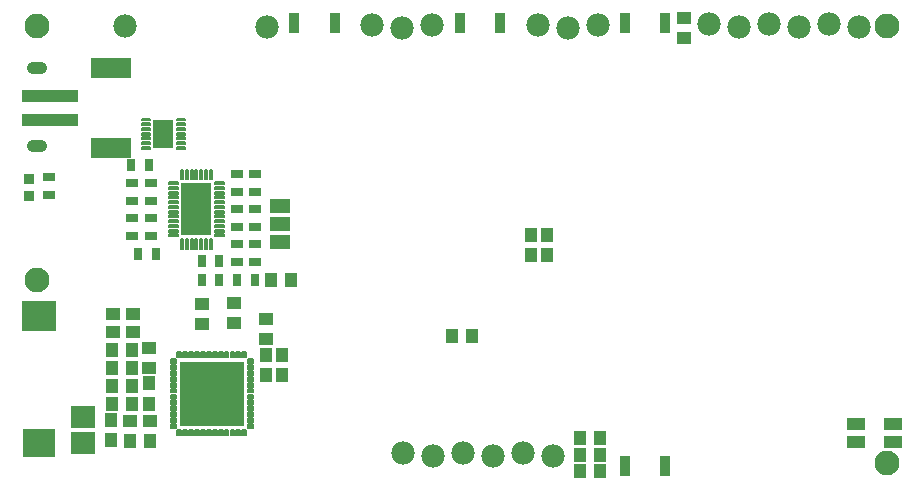
<source format=gbr>
G04 EAGLE Gerber RS-274X export*
G75*
%MOMM*%
%FSLAX34Y34*%
%LPD*%
%INSoldermask Bottom*%
%IPPOS*%
%AMOC8*
5,1,8,0,0,1.08239X$1,22.5*%
G01*
%ADD10C,2.101600*%
%ADD11R,2.101600X1.901600*%
%ADD12R,2.701600X2.351600*%
%ADD13R,2.901600X2.551600*%
%ADD14R,1.201600X1.101600*%
%ADD15R,1.101600X1.201600*%
%ADD16C,0.130963*%
%ADD17R,5.501600X5.501600*%
%ADD18R,1.601600X1.001600*%
%ADD19C,1.981200*%
%ADD20C,0.157581*%
%ADD21R,2.501600X4.501600*%
%ADD22R,1.801600X2.401600*%
%ADD23R,4.701600X1.101600*%
%ADD24R,3.501600X1.701600*%
%ADD25C,1.001600*%
%ADD26R,1.001600X0.701600*%
%ADD27R,0.901600X0.901600*%
%ADD28R,0.701600X1.001600*%
%ADD29R,1.701800X1.270000*%
%ADD30R,0.901600X1.801600*%


D10*
X735000Y385000D03*
X735000Y15000D03*
X15000Y385000D03*
X15000Y170000D03*
D11*
X54150Y32500D03*
X54150Y54500D03*
D12*
X16850Y32500D03*
D13*
X16850Y139500D03*
D14*
X110800Y50600D03*
X93800Y50600D03*
D15*
X78000Y34500D03*
X78000Y51500D03*
X110000Y65500D03*
X110000Y82500D03*
X111100Y34000D03*
X94100Y34000D03*
D14*
X110000Y95500D03*
X110000Y112500D03*
D15*
X230280Y170350D03*
X213280Y170350D03*
D16*
X132453Y48103D02*
X128247Y48103D01*
X132453Y48103D02*
X132453Y44897D01*
X128247Y44897D01*
X128247Y48103D01*
X128247Y46141D02*
X132453Y46141D01*
X132453Y47385D02*
X128247Y47385D01*
X128247Y53103D02*
X132453Y53103D01*
X132453Y49897D01*
X128247Y49897D01*
X128247Y53103D01*
X128247Y51141D02*
X132453Y51141D01*
X132453Y52385D02*
X128247Y52385D01*
X128247Y58103D02*
X132453Y58103D01*
X132453Y54897D01*
X128247Y54897D01*
X128247Y58103D01*
X128247Y56141D02*
X132453Y56141D01*
X132453Y57385D02*
X128247Y57385D01*
X128247Y63103D02*
X132453Y63103D01*
X132453Y59897D01*
X128247Y59897D01*
X128247Y63103D01*
X128247Y61141D02*
X132453Y61141D01*
X132453Y62385D02*
X128247Y62385D01*
X128247Y68103D02*
X132453Y68103D01*
X132453Y64897D01*
X128247Y64897D01*
X128247Y68103D01*
X128247Y66141D02*
X132453Y66141D01*
X132453Y67385D02*
X128247Y67385D01*
X128247Y73103D02*
X132453Y73103D01*
X132453Y69897D01*
X128247Y69897D01*
X128247Y73103D01*
X128247Y71141D02*
X132453Y71141D01*
X132453Y72385D02*
X128247Y72385D01*
X128247Y78103D02*
X132453Y78103D01*
X132453Y74897D01*
X128247Y74897D01*
X128247Y78103D01*
X128247Y76141D02*
X132453Y76141D01*
X132453Y77385D02*
X128247Y77385D01*
X128247Y83103D02*
X132453Y83103D01*
X132453Y79897D01*
X128247Y79897D01*
X128247Y83103D01*
X128247Y81141D02*
X132453Y81141D01*
X132453Y82385D02*
X128247Y82385D01*
X128247Y88103D02*
X132453Y88103D01*
X132453Y84897D01*
X128247Y84897D01*
X128247Y88103D01*
X128247Y86141D02*
X132453Y86141D01*
X132453Y87385D02*
X128247Y87385D01*
X128247Y93103D02*
X132453Y93103D01*
X132453Y89897D01*
X128247Y89897D01*
X128247Y93103D01*
X128247Y91141D02*
X132453Y91141D01*
X132453Y92385D02*
X128247Y92385D01*
X128247Y98103D02*
X132453Y98103D01*
X132453Y94897D01*
X128247Y94897D01*
X128247Y98103D01*
X128247Y96141D02*
X132453Y96141D01*
X132453Y97385D02*
X128247Y97385D01*
X128247Y103103D02*
X132453Y103103D01*
X132453Y99897D01*
X128247Y99897D01*
X128247Y103103D01*
X128247Y101141D02*
X132453Y101141D01*
X132453Y102385D02*
X128247Y102385D01*
X137103Y104547D02*
X137103Y108753D01*
X137103Y104547D02*
X133897Y104547D01*
X133897Y108753D01*
X137103Y108753D01*
X137103Y105791D02*
X133897Y105791D01*
X133897Y107035D02*
X137103Y107035D01*
X137103Y108279D02*
X133897Y108279D01*
X142103Y108753D02*
X142103Y104547D01*
X138897Y104547D01*
X138897Y108753D01*
X142103Y108753D01*
X142103Y105791D02*
X138897Y105791D01*
X138897Y107035D02*
X142103Y107035D01*
X142103Y108279D02*
X138897Y108279D01*
X147103Y108753D02*
X147103Y104547D01*
X143897Y104547D01*
X143897Y108753D01*
X147103Y108753D01*
X147103Y105791D02*
X143897Y105791D01*
X143897Y107035D02*
X147103Y107035D01*
X147103Y108279D02*
X143897Y108279D01*
X152103Y108753D02*
X152103Y104547D01*
X148897Y104547D01*
X148897Y108753D01*
X152103Y108753D01*
X152103Y105791D02*
X148897Y105791D01*
X148897Y107035D02*
X152103Y107035D01*
X152103Y108279D02*
X148897Y108279D01*
X157103Y108753D02*
X157103Y104547D01*
X153897Y104547D01*
X153897Y108753D01*
X157103Y108753D01*
X157103Y105791D02*
X153897Y105791D01*
X153897Y107035D02*
X157103Y107035D01*
X157103Y108279D02*
X153897Y108279D01*
X162103Y108753D02*
X162103Y104547D01*
X158897Y104547D01*
X158897Y108753D01*
X162103Y108753D01*
X162103Y105791D02*
X158897Y105791D01*
X158897Y107035D02*
X162103Y107035D01*
X162103Y108279D02*
X158897Y108279D01*
X167103Y108753D02*
X167103Y104547D01*
X163897Y104547D01*
X163897Y108753D01*
X167103Y108753D01*
X167103Y105791D02*
X163897Y105791D01*
X163897Y107035D02*
X167103Y107035D01*
X167103Y108279D02*
X163897Y108279D01*
X172103Y108753D02*
X172103Y104547D01*
X168897Y104547D01*
X168897Y108753D01*
X172103Y108753D01*
X172103Y105791D02*
X168897Y105791D01*
X168897Y107035D02*
X172103Y107035D01*
X172103Y108279D02*
X168897Y108279D01*
X177103Y108753D02*
X177103Y104547D01*
X173897Y104547D01*
X173897Y108753D01*
X177103Y108753D01*
X177103Y105791D02*
X173897Y105791D01*
X173897Y107035D02*
X177103Y107035D01*
X177103Y108279D02*
X173897Y108279D01*
X182103Y108753D02*
X182103Y104547D01*
X178897Y104547D01*
X178897Y108753D01*
X182103Y108753D01*
X182103Y105791D02*
X178897Y105791D01*
X178897Y107035D02*
X182103Y107035D01*
X182103Y108279D02*
X178897Y108279D01*
X187103Y108753D02*
X187103Y104547D01*
X183897Y104547D01*
X183897Y108753D01*
X187103Y108753D01*
X187103Y105791D02*
X183897Y105791D01*
X183897Y107035D02*
X187103Y107035D01*
X187103Y108279D02*
X183897Y108279D01*
X192103Y108753D02*
X192103Y104547D01*
X188897Y104547D01*
X188897Y108753D01*
X192103Y108753D01*
X192103Y105791D02*
X188897Y105791D01*
X188897Y107035D02*
X192103Y107035D01*
X192103Y108279D02*
X188897Y108279D01*
X193547Y99897D02*
X197753Y99897D01*
X193547Y99897D02*
X193547Y103103D01*
X197753Y103103D01*
X197753Y99897D01*
X197753Y101141D02*
X193547Y101141D01*
X193547Y102385D02*
X197753Y102385D01*
X197753Y94897D02*
X193547Y94897D01*
X193547Y98103D01*
X197753Y98103D01*
X197753Y94897D01*
X197753Y96141D02*
X193547Y96141D01*
X193547Y97385D02*
X197753Y97385D01*
X197753Y89897D02*
X193547Y89897D01*
X193547Y93103D01*
X197753Y93103D01*
X197753Y89897D01*
X197753Y91141D02*
X193547Y91141D01*
X193547Y92385D02*
X197753Y92385D01*
X197753Y84897D02*
X193547Y84897D01*
X193547Y88103D01*
X197753Y88103D01*
X197753Y84897D01*
X197753Y86141D02*
X193547Y86141D01*
X193547Y87385D02*
X197753Y87385D01*
X197753Y79897D02*
X193547Y79897D01*
X193547Y83103D01*
X197753Y83103D01*
X197753Y79897D01*
X197753Y81141D02*
X193547Y81141D01*
X193547Y82385D02*
X197753Y82385D01*
X197753Y74897D02*
X193547Y74897D01*
X193547Y78103D01*
X197753Y78103D01*
X197753Y74897D01*
X197753Y76141D02*
X193547Y76141D01*
X193547Y77385D02*
X197753Y77385D01*
X197753Y69897D02*
X193547Y69897D01*
X193547Y73103D01*
X197753Y73103D01*
X197753Y69897D01*
X197753Y71141D02*
X193547Y71141D01*
X193547Y72385D02*
X197753Y72385D01*
X197753Y64897D02*
X193547Y64897D01*
X193547Y68103D01*
X197753Y68103D01*
X197753Y64897D01*
X197753Y66141D02*
X193547Y66141D01*
X193547Y67385D02*
X197753Y67385D01*
X197753Y59897D02*
X193547Y59897D01*
X193547Y63103D01*
X197753Y63103D01*
X197753Y59897D01*
X197753Y61141D02*
X193547Y61141D01*
X193547Y62385D02*
X197753Y62385D01*
X197753Y54897D02*
X193547Y54897D01*
X193547Y58103D01*
X197753Y58103D01*
X197753Y54897D01*
X197753Y56141D02*
X193547Y56141D01*
X193547Y57385D02*
X197753Y57385D01*
X197753Y49897D02*
X193547Y49897D01*
X193547Y53103D01*
X197753Y53103D01*
X197753Y49897D01*
X197753Y51141D02*
X193547Y51141D01*
X193547Y52385D02*
X197753Y52385D01*
X197753Y44897D02*
X193547Y44897D01*
X193547Y48103D01*
X197753Y48103D01*
X197753Y44897D01*
X197753Y46141D02*
X193547Y46141D01*
X193547Y47385D02*
X197753Y47385D01*
X188897Y43453D02*
X188897Y39247D01*
X188897Y43453D02*
X192103Y43453D01*
X192103Y39247D01*
X188897Y39247D01*
X188897Y40491D02*
X192103Y40491D01*
X192103Y41735D02*
X188897Y41735D01*
X188897Y42979D02*
X192103Y42979D01*
X183897Y43453D02*
X183897Y39247D01*
X183897Y43453D02*
X187103Y43453D01*
X187103Y39247D01*
X183897Y39247D01*
X183897Y40491D02*
X187103Y40491D01*
X187103Y41735D02*
X183897Y41735D01*
X183897Y42979D02*
X187103Y42979D01*
X178897Y43453D02*
X178897Y39247D01*
X178897Y43453D02*
X182103Y43453D01*
X182103Y39247D01*
X178897Y39247D01*
X178897Y40491D02*
X182103Y40491D01*
X182103Y41735D02*
X178897Y41735D01*
X178897Y42979D02*
X182103Y42979D01*
X173897Y43453D02*
X173897Y39247D01*
X173897Y43453D02*
X177103Y43453D01*
X177103Y39247D01*
X173897Y39247D01*
X173897Y40491D02*
X177103Y40491D01*
X177103Y41735D02*
X173897Y41735D01*
X173897Y42979D02*
X177103Y42979D01*
X168897Y43453D02*
X168897Y39247D01*
X168897Y43453D02*
X172103Y43453D01*
X172103Y39247D01*
X168897Y39247D01*
X168897Y40491D02*
X172103Y40491D01*
X172103Y41735D02*
X168897Y41735D01*
X168897Y42979D02*
X172103Y42979D01*
X163897Y43453D02*
X163897Y39247D01*
X163897Y43453D02*
X167103Y43453D01*
X167103Y39247D01*
X163897Y39247D01*
X163897Y40491D02*
X167103Y40491D01*
X167103Y41735D02*
X163897Y41735D01*
X163897Y42979D02*
X167103Y42979D01*
X158897Y43453D02*
X158897Y39247D01*
X158897Y43453D02*
X162103Y43453D01*
X162103Y39247D01*
X158897Y39247D01*
X158897Y40491D02*
X162103Y40491D01*
X162103Y41735D02*
X158897Y41735D01*
X158897Y42979D02*
X162103Y42979D01*
X153897Y43453D02*
X153897Y39247D01*
X153897Y43453D02*
X157103Y43453D01*
X157103Y39247D01*
X153897Y39247D01*
X153897Y40491D02*
X157103Y40491D01*
X157103Y41735D02*
X153897Y41735D01*
X153897Y42979D02*
X157103Y42979D01*
X148897Y43453D02*
X148897Y39247D01*
X148897Y43453D02*
X152103Y43453D01*
X152103Y39247D01*
X148897Y39247D01*
X148897Y40491D02*
X152103Y40491D01*
X152103Y41735D02*
X148897Y41735D01*
X148897Y42979D02*
X152103Y42979D01*
X143897Y43453D02*
X143897Y39247D01*
X143897Y43453D02*
X147103Y43453D01*
X147103Y39247D01*
X143897Y39247D01*
X143897Y40491D02*
X147103Y40491D01*
X147103Y41735D02*
X143897Y41735D01*
X143897Y42979D02*
X147103Y42979D01*
X138897Y43453D02*
X138897Y39247D01*
X138897Y43453D02*
X142103Y43453D01*
X142103Y39247D01*
X138897Y39247D01*
X138897Y40491D02*
X142103Y40491D01*
X142103Y41735D02*
X138897Y41735D01*
X138897Y42979D02*
X142103Y42979D01*
X133897Y43453D02*
X133897Y39247D01*
X133897Y43453D02*
X137103Y43453D01*
X137103Y39247D01*
X133897Y39247D01*
X133897Y40491D02*
X137103Y40491D01*
X137103Y41735D02*
X133897Y41735D01*
X133897Y42979D02*
X137103Y42979D01*
D17*
X163000Y74000D03*
D15*
X78500Y65500D03*
X95500Y65500D03*
X78500Y80500D03*
X95500Y80500D03*
X78500Y95500D03*
X95500Y95500D03*
D14*
X96500Y141000D03*
X79500Y141000D03*
X96700Y126100D03*
X79700Y126100D03*
D15*
X474650Y36220D03*
X491650Y36220D03*
X474650Y8220D03*
X491650Y8220D03*
X474550Y22220D03*
X491550Y22220D03*
X78700Y111000D03*
X95700Y111000D03*
D18*
X708850Y33280D03*
X708850Y48280D03*
X739850Y48280D03*
X739850Y33280D03*
D19*
X711000Y384500D03*
X685600Y387040D03*
X660200Y384500D03*
X634800Y387040D03*
X609400Y384500D03*
X584000Y387040D03*
D20*
X162820Y204670D02*
X162820Y196630D01*
X161180Y196630D01*
X161180Y204670D01*
X162820Y204670D01*
X162820Y198127D02*
X161180Y198127D01*
X161180Y199624D02*
X162820Y199624D01*
X162820Y201121D02*
X161180Y201121D01*
X161180Y202618D02*
X162820Y202618D01*
X162820Y204115D02*
X161180Y204115D01*
X158820Y204670D02*
X158820Y196630D01*
X157180Y196630D01*
X157180Y204670D01*
X158820Y204670D01*
X158820Y198127D02*
X157180Y198127D01*
X157180Y199624D02*
X158820Y199624D01*
X158820Y201121D02*
X157180Y201121D01*
X157180Y202618D02*
X158820Y202618D01*
X158820Y204115D02*
X157180Y204115D01*
X154820Y204670D02*
X154820Y196630D01*
X153180Y196630D01*
X153180Y204670D01*
X154820Y204670D01*
X154820Y198127D02*
X153180Y198127D01*
X153180Y199624D02*
X154820Y199624D01*
X154820Y201121D02*
X153180Y201121D01*
X153180Y202618D02*
X154820Y202618D01*
X154820Y204115D02*
X153180Y204115D01*
X150820Y204670D02*
X150820Y196630D01*
X149180Y196630D01*
X149180Y204670D01*
X150820Y204670D01*
X150820Y198127D02*
X149180Y198127D01*
X149180Y199624D02*
X150820Y199624D01*
X150820Y201121D02*
X149180Y201121D01*
X149180Y202618D02*
X150820Y202618D01*
X150820Y204115D02*
X149180Y204115D01*
X146820Y204670D02*
X146820Y196630D01*
X145180Y196630D01*
X145180Y204670D01*
X146820Y204670D01*
X146820Y198127D02*
X145180Y198127D01*
X145180Y199624D02*
X146820Y199624D01*
X146820Y201121D02*
X145180Y201121D01*
X145180Y202618D02*
X146820Y202618D01*
X146820Y204115D02*
X145180Y204115D01*
X142820Y204670D02*
X142820Y196630D01*
X141180Y196630D01*
X141180Y204670D01*
X142820Y204670D01*
X142820Y198127D02*
X141180Y198127D01*
X141180Y199624D02*
X142820Y199624D01*
X142820Y201121D02*
X141180Y201121D01*
X141180Y202618D02*
X142820Y202618D01*
X142820Y204115D02*
X141180Y204115D01*
X138820Y204670D02*
X138820Y196630D01*
X137180Y196630D01*
X137180Y204670D01*
X138820Y204670D01*
X138820Y198127D02*
X137180Y198127D01*
X137180Y199624D02*
X138820Y199624D01*
X138820Y201121D02*
X137180Y201121D01*
X137180Y202618D02*
X138820Y202618D01*
X138820Y204115D02*
X137180Y204115D01*
X138820Y255330D02*
X138820Y263370D01*
X138820Y255330D02*
X137180Y255330D01*
X137180Y263370D01*
X138820Y263370D01*
X138820Y256827D02*
X137180Y256827D01*
X137180Y258324D02*
X138820Y258324D01*
X138820Y259821D02*
X137180Y259821D01*
X137180Y261318D02*
X138820Y261318D01*
X138820Y262815D02*
X137180Y262815D01*
X142820Y263370D02*
X142820Y255330D01*
X141180Y255330D01*
X141180Y263370D01*
X142820Y263370D01*
X142820Y256827D02*
X141180Y256827D01*
X141180Y258324D02*
X142820Y258324D01*
X142820Y259821D02*
X141180Y259821D01*
X141180Y261318D02*
X142820Y261318D01*
X142820Y262815D02*
X141180Y262815D01*
X146820Y263370D02*
X146820Y255330D01*
X145180Y255330D01*
X145180Y263370D01*
X146820Y263370D01*
X146820Y256827D02*
X145180Y256827D01*
X145180Y258324D02*
X146820Y258324D01*
X146820Y259821D02*
X145180Y259821D01*
X145180Y261318D02*
X146820Y261318D01*
X146820Y262815D02*
X145180Y262815D01*
X150820Y263370D02*
X150820Y255330D01*
X149180Y255330D01*
X149180Y263370D01*
X150820Y263370D01*
X150820Y256827D02*
X149180Y256827D01*
X149180Y258324D02*
X150820Y258324D01*
X150820Y259821D02*
X149180Y259821D01*
X149180Y261318D02*
X150820Y261318D01*
X150820Y262815D02*
X149180Y262815D01*
X154820Y263370D02*
X154820Y255330D01*
X153180Y255330D01*
X153180Y263370D01*
X154820Y263370D01*
X154820Y256827D02*
X153180Y256827D01*
X153180Y258324D02*
X154820Y258324D01*
X154820Y259821D02*
X153180Y259821D01*
X153180Y261318D02*
X154820Y261318D01*
X154820Y262815D02*
X153180Y262815D01*
X158820Y263370D02*
X158820Y255330D01*
X157180Y255330D01*
X157180Y263370D01*
X158820Y263370D01*
X158820Y256827D02*
X157180Y256827D01*
X157180Y258324D02*
X158820Y258324D01*
X158820Y259821D02*
X157180Y259821D01*
X157180Y261318D02*
X158820Y261318D01*
X158820Y262815D02*
X157180Y262815D01*
X162820Y263370D02*
X162820Y255330D01*
X161180Y255330D01*
X161180Y263370D01*
X162820Y263370D01*
X162820Y256827D02*
X161180Y256827D01*
X161180Y258324D02*
X162820Y258324D01*
X162820Y259821D02*
X161180Y259821D01*
X161180Y261318D02*
X162820Y261318D01*
X162820Y262815D02*
X161180Y262815D01*
X165330Y252820D02*
X173370Y252820D01*
X173370Y251180D01*
X165330Y251180D01*
X165330Y252820D01*
X165330Y252677D02*
X173370Y252677D01*
X173370Y248820D02*
X165330Y248820D01*
X173370Y248820D02*
X173370Y247180D01*
X165330Y247180D01*
X165330Y248820D01*
X165330Y248677D02*
X173370Y248677D01*
X173370Y244820D02*
X165330Y244820D01*
X173370Y244820D02*
X173370Y243180D01*
X165330Y243180D01*
X165330Y244820D01*
X165330Y244677D02*
X173370Y244677D01*
X173370Y240820D02*
X165330Y240820D01*
X173370Y240820D02*
X173370Y239180D01*
X165330Y239180D01*
X165330Y240820D01*
X165330Y240677D02*
X173370Y240677D01*
X173370Y236820D02*
X165330Y236820D01*
X173370Y236820D02*
X173370Y235180D01*
X165330Y235180D01*
X165330Y236820D01*
X165330Y236677D02*
X173370Y236677D01*
X173370Y232820D02*
X165330Y232820D01*
X173370Y232820D02*
X173370Y231180D01*
X165330Y231180D01*
X165330Y232820D01*
X165330Y232677D02*
X173370Y232677D01*
X173370Y228820D02*
X165330Y228820D01*
X173370Y228820D02*
X173370Y227180D01*
X165330Y227180D01*
X165330Y228820D01*
X165330Y228677D02*
X173370Y228677D01*
X173370Y224820D02*
X165330Y224820D01*
X173370Y224820D02*
X173370Y223180D01*
X165330Y223180D01*
X165330Y224820D01*
X165330Y224677D02*
X173370Y224677D01*
X173370Y220820D02*
X165330Y220820D01*
X173370Y220820D02*
X173370Y219180D01*
X165330Y219180D01*
X165330Y220820D01*
X165330Y220677D02*
X173370Y220677D01*
X173370Y216820D02*
X165330Y216820D01*
X173370Y216820D02*
X173370Y215180D01*
X165330Y215180D01*
X165330Y216820D01*
X165330Y216677D02*
X173370Y216677D01*
X173370Y212820D02*
X165330Y212820D01*
X173370Y212820D02*
X173370Y211180D01*
X165330Y211180D01*
X165330Y212820D01*
X165330Y212677D02*
X173370Y212677D01*
X173370Y208820D02*
X165330Y208820D01*
X173370Y208820D02*
X173370Y207180D01*
X165330Y207180D01*
X165330Y208820D01*
X165330Y208677D02*
X173370Y208677D01*
X134670Y208820D02*
X126630Y208820D01*
X134670Y208820D02*
X134670Y207180D01*
X126630Y207180D01*
X126630Y208820D01*
X126630Y208677D02*
X134670Y208677D01*
X134670Y212820D02*
X126630Y212820D01*
X134670Y212820D02*
X134670Y211180D01*
X126630Y211180D01*
X126630Y212820D01*
X126630Y212677D02*
X134670Y212677D01*
X134670Y216820D02*
X126630Y216820D01*
X134670Y216820D02*
X134670Y215180D01*
X126630Y215180D01*
X126630Y216820D01*
X126630Y216677D02*
X134670Y216677D01*
X134670Y220820D02*
X126630Y220820D01*
X134670Y220820D02*
X134670Y219180D01*
X126630Y219180D01*
X126630Y220820D01*
X126630Y220677D02*
X134670Y220677D01*
X134670Y224820D02*
X126630Y224820D01*
X134670Y224820D02*
X134670Y223180D01*
X126630Y223180D01*
X126630Y224820D01*
X126630Y224677D02*
X134670Y224677D01*
X134670Y228820D02*
X126630Y228820D01*
X134670Y228820D02*
X134670Y227180D01*
X126630Y227180D01*
X126630Y228820D01*
X126630Y228677D02*
X134670Y228677D01*
X134670Y232820D02*
X126630Y232820D01*
X134670Y232820D02*
X134670Y231180D01*
X126630Y231180D01*
X126630Y232820D01*
X126630Y232677D02*
X134670Y232677D01*
X134670Y236820D02*
X126630Y236820D01*
X134670Y236820D02*
X134670Y235180D01*
X126630Y235180D01*
X126630Y236820D01*
X126630Y236677D02*
X134670Y236677D01*
X134670Y240820D02*
X126630Y240820D01*
X134670Y240820D02*
X134670Y239180D01*
X126630Y239180D01*
X126630Y240820D01*
X126630Y240677D02*
X134670Y240677D01*
X134670Y244820D02*
X126630Y244820D01*
X134670Y244820D02*
X134670Y243180D01*
X126630Y243180D01*
X126630Y244820D01*
X126630Y244677D02*
X134670Y244677D01*
X134670Y248820D02*
X126630Y248820D01*
X134670Y248820D02*
X134670Y247180D01*
X126630Y247180D01*
X126630Y248820D01*
X126630Y248677D02*
X134670Y248677D01*
X134670Y252820D02*
X126630Y252820D01*
X134670Y252820D02*
X134670Y251180D01*
X126630Y251180D01*
X126630Y252820D01*
X126630Y252677D02*
X134670Y252677D01*
D21*
X150000Y230000D03*
D20*
X110670Y281180D02*
X103630Y281180D01*
X103630Y282820D01*
X110670Y282820D01*
X110670Y281180D01*
X110670Y282677D02*
X103630Y282677D01*
X103630Y285180D02*
X110670Y285180D01*
X103630Y285180D02*
X103630Y286820D01*
X110670Y286820D01*
X110670Y285180D01*
X110670Y286677D02*
X103630Y286677D01*
X103630Y289180D02*
X110670Y289180D01*
X103630Y289180D02*
X103630Y290820D01*
X110670Y290820D01*
X110670Y289180D01*
X110670Y290677D02*
X103630Y290677D01*
X103630Y293180D02*
X110670Y293180D01*
X103630Y293180D02*
X103630Y294820D01*
X110670Y294820D01*
X110670Y293180D01*
X110670Y294677D02*
X103630Y294677D01*
X103630Y297180D02*
X110670Y297180D01*
X103630Y297180D02*
X103630Y298820D01*
X110670Y298820D01*
X110670Y297180D01*
X110670Y298677D02*
X103630Y298677D01*
X103630Y301180D02*
X110670Y301180D01*
X103630Y301180D02*
X103630Y302820D01*
X110670Y302820D01*
X110670Y301180D01*
X110670Y302677D02*
X103630Y302677D01*
X103630Y305180D02*
X110670Y305180D01*
X103630Y305180D02*
X103630Y306820D01*
X110670Y306820D01*
X110670Y305180D01*
X110670Y306677D02*
X103630Y306677D01*
X133330Y305180D02*
X140370Y305180D01*
X133330Y305180D02*
X133330Y306820D01*
X140370Y306820D01*
X140370Y305180D01*
X140370Y306677D02*
X133330Y306677D01*
X133330Y301180D02*
X140370Y301180D01*
X133330Y301180D02*
X133330Y302820D01*
X140370Y302820D01*
X140370Y301180D01*
X140370Y302677D02*
X133330Y302677D01*
X133330Y297180D02*
X140370Y297180D01*
X133330Y297180D02*
X133330Y298820D01*
X140370Y298820D01*
X140370Y297180D01*
X140370Y298677D02*
X133330Y298677D01*
X133330Y293180D02*
X140370Y293180D01*
X133330Y293180D02*
X133330Y294820D01*
X140370Y294820D01*
X140370Y293180D01*
X140370Y294677D02*
X133330Y294677D01*
X133330Y289180D02*
X140370Y289180D01*
X133330Y289180D02*
X133330Y290820D01*
X140370Y290820D01*
X140370Y289180D01*
X140370Y290677D02*
X133330Y290677D01*
X133330Y285180D02*
X140370Y285180D01*
X133330Y285180D02*
X133330Y286820D01*
X140370Y286820D01*
X140370Y285180D01*
X140370Y286677D02*
X133330Y286677D01*
X133330Y281180D02*
X140370Y281180D01*
X133330Y281180D02*
X133330Y282820D01*
X140370Y282820D01*
X140370Y281180D01*
X140370Y282677D02*
X133330Y282677D01*
D22*
X122000Y294000D03*
D23*
X26000Y306000D03*
X26000Y326000D03*
D24*
X78000Y282000D03*
X78000Y350000D03*
D25*
X18500Y349500D02*
X11500Y349500D01*
X11500Y283500D02*
X18500Y283500D01*
D26*
X184500Y259500D03*
X184500Y244500D03*
X200000Y215000D03*
X200000Y230000D03*
X184500Y215000D03*
X184500Y230000D03*
D27*
X8000Y241000D03*
X8000Y256000D03*
D26*
X25000Y257000D03*
X25000Y242000D03*
X95500Y237000D03*
X95500Y252000D03*
X111500Y252000D03*
X111500Y237000D03*
D28*
X95000Y267500D03*
X110000Y267500D03*
D26*
X111500Y222500D03*
X111500Y207500D03*
X95500Y207500D03*
X95500Y222500D03*
D28*
X100500Y192000D03*
X115500Y192000D03*
D26*
X200000Y259500D03*
X200000Y244500D03*
X200000Y200500D03*
X200000Y185500D03*
D28*
X184500Y170500D03*
X199500Y170500D03*
D26*
X184500Y200500D03*
X184500Y185500D03*
D28*
X169500Y170500D03*
X154500Y170500D03*
X169500Y186000D03*
X154500Y186000D03*
D29*
X220500Y202260D03*
X220500Y217500D03*
X220500Y232740D03*
D30*
X513000Y12500D03*
X547000Y12500D03*
X547000Y387500D03*
X513000Y387500D03*
X267000Y387500D03*
X233000Y387500D03*
X407000Y387500D03*
X373000Y387500D03*
D14*
X563000Y392000D03*
X563000Y375000D03*
X182000Y150500D03*
X182000Y133500D03*
X154500Y150000D03*
X154500Y133000D03*
X209000Y137500D03*
X209000Y120500D03*
D19*
X439500Y386270D03*
X464900Y383730D03*
X490300Y386270D03*
X299000Y386270D03*
X324400Y383730D03*
X349800Y386270D03*
X89500Y385000D03*
X209500Y384500D03*
X451500Y21500D03*
X426100Y24040D03*
X400700Y21500D03*
X375300Y24040D03*
X349900Y21500D03*
X324500Y24040D03*
D15*
X222500Y90000D03*
X222500Y107000D03*
X209000Y90000D03*
X209000Y107000D03*
X433000Y191500D03*
X433000Y208500D03*
X447000Y208500D03*
X447000Y191500D03*
X383500Y122500D03*
X366500Y122500D03*
M02*

</source>
